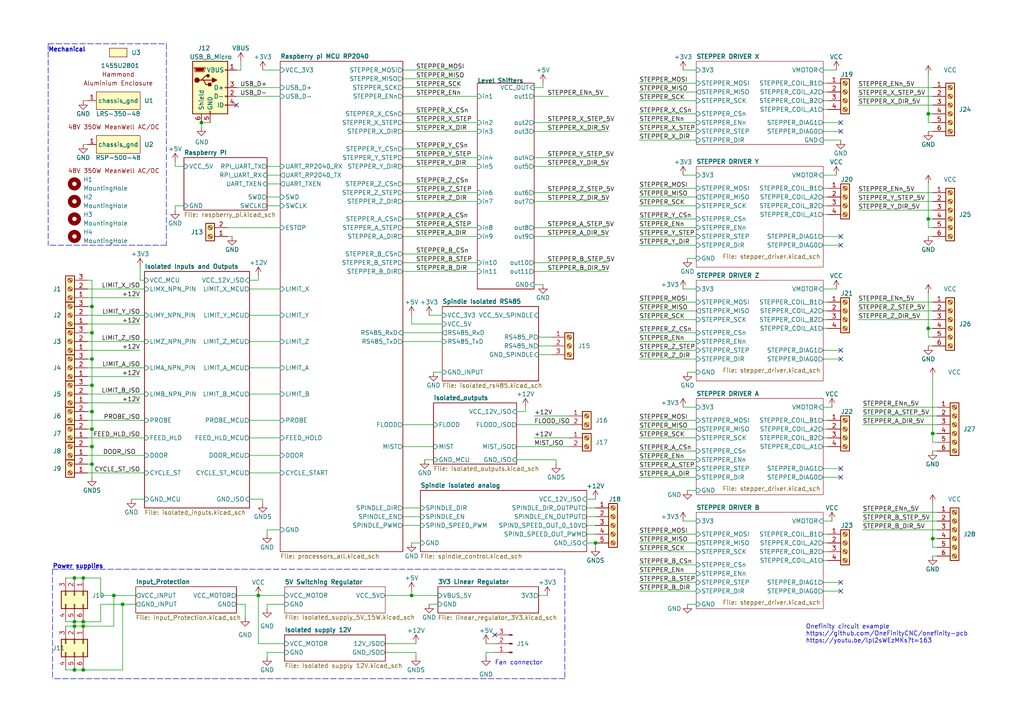
<source format=kicad_sch>
(kicad_sch (version 20211123) (generator eeschema)
  (paper "A4")
  (junction (at 24.13 167.64))
  (junction (at 35.56 175.26))
  (junction (at 172.72 157.48))
  (junction (at 24.13 194.31))
  (junction (at 24.13 181.61))
  (junction (at 26.67 119.38))
  (junction (at 26.67 129.54))
  (junction (at 26.67 88.9))
  (junction (at 74.93 172.72))
  (junction (at 33.02 172.72))
  (junction (at 26.67 134.62))
  (junction (at 269.24 95.25))
  (junction (at 26.67 111.76))
  (junction (at 21.59 181.61))
  (junction (at 269.24 33.02))
  (junction (at 21.59 194.31))
  (junction (at 26.67 104.14))
  (junction (at 24.13 180.34))
  (junction (at 26.67 124.46))
  (junction (at 21.59 180.34))
  (junction (at 270.51 156.21))
  (junction (at 58.42 35.56))
  (junction (at 269.24 63.5))
  (junction (at 270.51 125.73))
  (junction (at 26.67 96.52))
  (junction (at 21.59 167.64))
  (junction (at 119.38 172.72))
  (no_connect (at 243.84 101.6))
  (no_connect (at 243.84 168.91))
  (no_connect (at 243.84 135.89))
  (no_connect (at 243.84 35.56))
  (no_connect (at 243.84 38.1))
  (no_connect (at 243.84 138.43))
  (no_connect (at 68.58 30.48))
  (no_connect (at 143.51 184.15))
  (no_connect (at 243.84 71.12))
  (no_connect (at 243.84 171.45))
  (no_connect (at 243.84 104.14))
  (no_connect (at 243.84 68.58))
  (wire (pts (xy 19.05 194.31) (xy 21.59 194.31)))
  (wire (pts (xy 238.76 92.71) (xy 240.03 92.71)))
  (wire (pts (xy 77.47 57.15) (xy 81.28 57.15)))
  (wire (pts (xy 41.91 83.82) (xy 25.4 83.82)))
  (wire (pts (xy 238.76 29.21) (xy 240.03 29.21)))
  (wire (pts (xy 116.84 96.52) (xy 128.27 96.52)))
  (wire (pts (xy 111.76 186.69) (xy 120.65 186.69)))
  (wire (pts (xy 26.67 111.76) (xy 26.67 119.38)))
  (wire (pts (xy 185.42 66.04) (xy 201.93 66.04)))
  (wire (pts (xy 248.92 27.94) (xy 270.51 27.94)))
  (wire (pts (xy 157.48 25.4) (xy 157.48 24.13)))
  (wire (pts (xy 238.76 83.82) (xy 242.57 83.82)))
  (wire (pts (xy 238.76 90.17) (xy 240.03 90.17)))
  (polyline (pts (xy 48.26 71.12) (xy 13.97 71.12)))
  (wire (pts (xy 238.76 20.32) (xy 242.57 20.32)))
  (wire (pts (xy 185.42 138.43) (xy 201.93 138.43)))
  (wire (pts (xy 270.51 146.05) (xy 270.51 156.21)))
  (polyline (pts (xy 48.26 12.7) (xy 48.26 71.12)))
  (wire (pts (xy 72.39 137.16) (xy 81.28 137.16)))
  (wire (pts (xy 116.84 149.86) (xy 121.92 149.86)))
  (wire (pts (xy 119.38 171.45) (xy 119.38 172.72)))
  (wire (pts (xy 50.8 48.26) (xy 50.8 46.99)))
  (wire (pts (xy 53.34 48.26) (xy 50.8 48.26)))
  (wire (pts (xy 26.67 81.28) (xy 26.67 88.9)))
  (wire (pts (xy 66.04 68.58) (xy 67.31 68.58)))
  (wire (pts (xy 185.42 38.1) (xy 201.93 38.1)))
  (wire (pts (xy 201.93 118.11) (xy 198.12 118.11)))
  (wire (pts (xy 25.4 121.92) (xy 41.91 121.92)))
  (wire (pts (xy 26.67 119.38) (xy 25.4 119.38)))
  (wire (pts (xy 185.42 96.52) (xy 201.93 96.52)))
  (wire (pts (xy 41.91 91.44) (xy 25.4 91.44)))
  (wire (pts (xy 185.42 154.94) (xy 201.93 154.94)))
  (wire (pts (xy 238.76 68.58) (xy 243.84 68.58)))
  (wire (pts (xy 248.92 58.42) (xy 270.51 58.42)))
  (wire (pts (xy 270.51 68.58) (xy 269.24 68.58)))
  (wire (pts (xy 116.84 20.32) (xy 133.35 20.32)))
  (wire (pts (xy 270.51 125.73) (xy 271.78 125.73)))
  (wire (pts (xy 116.84 63.5) (xy 133.35 63.5)))
  (polyline (pts (xy 15.24 165.1) (xy 15.24 196.85)))
  (wire (pts (xy 77.47 153.67) (xy 77.47 154.94)))
  (wire (pts (xy 81.28 153.67) (xy 77.47 153.67)))
  (wire (pts (xy 72.39 91.44) (xy 81.28 91.44)))
  (wire (pts (xy 149.86 129.54) (xy 165.1 129.54)))
  (wire (pts (xy 170.18 147.32) (xy 172.72 147.32)))
  (wire (pts (xy 270.51 156.21) (xy 271.78 156.21)))
  (wire (pts (xy 140.97 186.69) (xy 143.51 186.69)))
  (wire (pts (xy 40.64 93.98) (xy 25.4 93.98)))
  (wire (pts (xy 250.19 120.65) (xy 271.78 120.65)))
  (wire (pts (xy 40.64 109.22) (xy 25.4 109.22)))
  (wire (pts (xy 185.42 33.02) (xy 201.93 33.02)))
  (wire (pts (xy 185.42 166.37) (xy 201.93 166.37)))
  (wire (pts (xy 172.72 157.48) (xy 172.72 158.75)))
  (wire (pts (xy 185.42 87.63) (xy 201.93 87.63)))
  (wire (pts (xy 154.94 45.72) (xy 176.53 45.72)))
  (wire (pts (xy 238.76 135.89) (xy 243.84 135.89)))
  (wire (pts (xy 238.76 101.6) (xy 243.84 101.6)))
  (wire (pts (xy 238.76 151.13) (xy 241.3 151.13)))
  (wire (pts (xy 124.46 91.44) (xy 128.27 91.44)))
  (wire (pts (xy 161.29 133.35) (xy 161.29 134.62)))
  (wire (pts (xy 74.93 186.69) (xy 74.93 172.72)))
  (wire (pts (xy 26.67 104.14) (xy 26.67 111.76)))
  (polyline (pts (xy 163.83 165.1) (xy 163.83 196.85)))
  (wire (pts (xy 116.84 22.86) (xy 133.35 22.86)))
  (polyline (pts (xy 163.83 196.85) (xy 15.24 196.85)))
  (wire (pts (xy 156.21 172.72) (xy 158.75 172.72)))
  (wire (pts (xy 19.05 180.34) (xy 21.59 180.34)))
  (wire (pts (xy 238.76 127) (xy 240.03 127)))
  (wire (pts (xy 270.51 158.75) (xy 271.78 158.75)))
  (wire (pts (xy 156.21 97.79) (xy 160.02 97.79)))
  (wire (pts (xy 238.76 38.1) (xy 243.84 38.1)))
  (wire (pts (xy 270.51 97.79) (xy 269.24 97.79)))
  (wire (pts (xy 68.58 20.32) (xy 69.85 20.32)))
  (wire (pts (xy 185.42 168.91) (xy 201.93 168.91)))
  (wire (pts (xy 238.76 62.23) (xy 240.03 62.23)))
  (wire (pts (xy 116.84 58.42) (xy 138.43 58.42)))
  (wire (pts (xy 270.51 128.27) (xy 271.78 128.27)))
  (wire (pts (xy 26.67 124.46) (xy 25.4 124.46)))
  (wire (pts (xy 185.42 71.12) (xy 201.93 71.12)))
  (wire (pts (xy 119.38 172.72) (xy 127 172.72)))
  (wire (pts (xy 152.4 118.11) (xy 152.4 119.38)))
  (wire (pts (xy 170.18 154.94) (xy 172.72 154.94)))
  (wire (pts (xy 26.67 134.62) (xy 25.4 134.62)))
  (wire (pts (xy 26.67 129.54) (xy 25.4 129.54)))
  (wire (pts (xy 60.96 35.56) (xy 58.42 35.56)))
  (wire (pts (xy 24.13 181.61) (xy 33.02 181.61)))
  (wire (pts (xy 185.42 104.14) (xy 201.93 104.14)))
  (wire (pts (xy 111.76 172.72) (xy 119.38 172.72)))
  (wire (pts (xy 66.04 66.04) (xy 81.28 66.04)))
  (wire (pts (xy 248.92 92.71) (xy 270.51 92.71)))
  (wire (pts (xy 248.92 90.17) (xy 270.51 90.17)))
  (wire (pts (xy 238.76 104.14) (xy 243.84 104.14)))
  (wire (pts (xy 29.21 180.34) (xy 29.21 175.26)))
  (wire (pts (xy 41.91 137.16) (xy 25.4 137.16)))
  (wire (pts (xy 238.76 87.63) (xy 240.03 87.63)))
  (wire (pts (xy 248.92 25.4) (xy 270.51 25.4)))
  (wire (pts (xy 116.84 152.4) (xy 121.92 152.4)))
  (wire (pts (xy 116.84 27.94) (xy 138.43 27.94)))
  (wire (pts (xy 72.39 99.06) (xy 81.28 99.06)))
  (wire (pts (xy 238.76 95.25) (xy 240.03 95.25)))
  (wire (pts (xy 199.39 175.26) (xy 201.93 175.26)))
  (wire (pts (xy 41.91 132.08) (xy 25.4 132.08)))
  (wire (pts (xy 40.64 101.6) (xy 25.4 101.6)))
  (wire (pts (xy 26.67 129.54) (xy 26.67 134.62)))
  (wire (pts (xy 72.39 132.08) (xy 81.28 132.08)))
  (wire (pts (xy 238.76 26.67) (xy 240.03 26.67)))
  (wire (pts (xy 250.19 123.19) (xy 271.78 123.19)))
  (wire (pts (xy 68.58 27.94) (xy 81.28 27.94)))
  (wire (pts (xy 185.42 57.15) (xy 201.93 57.15)))
  (wire (pts (xy 24.13 41.91) (xy 25.4 41.91)))
  (wire (pts (xy 29.21 172.72) (xy 33.02 172.72)))
  (wire (pts (xy 72.39 127) (xy 81.28 127)))
  (wire (pts (xy 26.67 124.46) (xy 26.67 129.54)))
  (wire (pts (xy 124.46 175.26) (xy 127 175.26)))
  (wire (pts (xy 76.2 20.32) (xy 81.28 20.32)))
  (wire (pts (xy 154.94 55.88) (xy 176.53 55.88)))
  (wire (pts (xy 270.51 156.21) (xy 270.51 158.75)))
  (wire (pts (xy 270.51 109.22) (xy 270.51 125.73)))
  (wire (pts (xy 185.42 135.89) (xy 201.93 135.89)))
  (wire (pts (xy 269.24 95.25) (xy 270.51 95.25)))
  (wire (pts (xy 185.42 133.35) (xy 201.93 133.35)))
  (wire (pts (xy 154.94 120.65) (xy 165.1 120.65)))
  (wire (pts (xy 250.19 151.13) (xy 271.78 151.13)))
  (wire (pts (xy 72.39 106.68) (xy 81.28 106.68)))
  (wire (pts (xy 50.8 59.69) (xy 50.8 60.96)))
  (wire (pts (xy 185.42 35.56) (xy 201.93 35.56)))
  (wire (pts (xy 270.51 38.1) (xy 269.24 38.1)))
  (wire (pts (xy 116.84 73.66) (xy 133.35 73.66)))
  (wire (pts (xy 248.92 87.63) (xy 270.51 87.63)))
  (wire (pts (xy 77.47 53.34) (xy 81.28 53.34)))
  (wire (pts (xy 111.76 189.23) (xy 120.65 189.23)))
  (wire (pts (xy 128.27 93.98) (xy 119.38 93.98)))
  (wire (pts (xy 156.21 102.87) (xy 160.02 102.87)))
  (wire (pts (xy 185.42 68.58) (xy 201.93 68.58)))
  (wire (pts (xy 116.84 147.32) (xy 121.92 147.32)))
  (wire (pts (xy 26.67 124.46) (xy 26.67 119.38)))
  (wire (pts (xy 116.84 99.06) (xy 128.27 99.06)))
  (wire (pts (xy 238.76 59.69) (xy 240.03 59.69)))
  (wire (pts (xy 238.76 138.43) (xy 243.84 138.43)))
  (wire (pts (xy 238.76 129.54) (xy 240.03 129.54)))
  (wire (pts (xy 120.65 189.23) (xy 120.65 190.5)))
  (wire (pts (xy 271.78 161.29) (xy 270.51 161.29)))
  (wire (pts (xy 199.39 142.24) (xy 201.93 142.24)))
  (wire (pts (xy 116.84 25.4) (xy 133.35 25.4)))
  (wire (pts (xy 26.67 96.52) (xy 25.4 96.52)))
  (wire (pts (xy 170.18 144.78) (xy 172.72 144.78)))
  (wire (pts (xy 238.76 124.46) (xy 240.03 124.46)))
  (wire (pts (xy 26.67 88.9) (xy 26.67 96.52)))
  (wire (pts (xy 154.94 58.42) (xy 176.53 58.42)))
  (wire (pts (xy 19.05 167.64) (xy 21.59 167.64)))
  (wire (pts (xy 185.42 40.64) (xy 201.93 40.64)))
  (wire (pts (xy 33.02 172.72) (xy 39.37 172.72)))
  (wire (pts (xy 77.47 48.26) (xy 81.28 48.26)))
  (wire (pts (xy 41.91 106.68) (xy 25.4 106.68)))
  (wire (pts (xy 116.84 76.2) (xy 138.43 76.2)))
  (wire (pts (xy 41.91 127) (xy 25.4 127)))
  (wire (pts (xy 24.13 194.31) (xy 35.56 194.31)))
  (wire (pts (xy 185.42 90.17) (xy 201.93 90.17)))
  (wire (pts (xy 185.42 26.67) (xy 201.93 26.67)))
  (wire (pts (xy 185.42 171.45) (xy 201.93 171.45)))
  (wire (pts (xy 154.94 27.94) (xy 176.53 27.94)))
  (wire (pts (xy 33.02 181.61) (xy 33.02 172.72)))
  (wire (pts (xy 154.94 35.56) (xy 176.53 35.56)))
  (wire (pts (xy 185.42 92.71) (xy 201.93 92.71)))
  (polyline (pts (xy 13.97 12.7) (xy 48.26 12.7)))
  (wire (pts (xy 238.76 154.94) (xy 240.03 154.94)))
  (wire (pts (xy 238.76 24.13) (xy 240.03 24.13)))
  (wire (pts (xy 269.24 66.04) (xy 269.24 63.5)))
  (wire (pts (xy 269.24 53.34) (xy 269.24 63.5)))
  (wire (pts (xy 238.76 31.75) (xy 240.03 31.75)))
  (wire (pts (xy 116.84 68.58) (xy 138.43 68.58)))
  (wire (pts (xy 77.47 175.26) (xy 77.47 176.53)))
  (wire (pts (xy 82.55 175.26) (xy 77.47 175.26)))
  (wire (pts (xy 238.76 40.64) (xy 243.84 40.64)))
  (wire (pts (xy 238.76 160.02) (xy 240.03 160.02)))
  (wire (pts (xy 35.56 194.31) (xy 35.56 175.26)))
  (wire (pts (xy 185.42 160.02) (xy 201.93 160.02)))
  (wire (pts (xy 185.42 101.6) (xy 201.93 101.6)))
  (wire (pts (xy 72.39 81.28) (xy 74.93 81.28)))
  (wire (pts (xy 41.91 99.06) (xy 25.4 99.06)))
  (wire (pts (xy 269.24 21.59) (xy 269.24 33.02)))
  (wire (pts (xy 26.67 134.62) (xy 26.67 138.43)))
  (wire (pts (xy 185.42 24.13) (xy 201.93 24.13)))
  (wire (pts (xy 116.84 78.74) (xy 138.43 78.74)))
  (wire (pts (xy 72.39 144.78) (xy 76.2 144.78)))
  (wire (pts (xy 248.92 55.88) (xy 270.51 55.88)))
  (wire (pts (xy 40.64 116.84) (xy 25.4 116.84)))
  (wire (pts (xy 238.76 57.15) (xy 240.03 57.15)))
  (wire (pts (xy 154.94 82.55) (xy 157.48 82.55)))
  (wire (pts (xy 38.1 144.78) (xy 41.91 144.78)))
  (wire (pts (xy 116.84 43.18) (xy 133.35 43.18)))
  (wire (pts (xy 238.76 168.91) (xy 243.84 168.91)))
  (wire (pts (xy 40.64 81.28) (xy 40.64 77.47)))
  (wire (pts (xy 41.91 81.28) (xy 40.64 81.28)))
  (wire (pts (xy 238.76 50.8) (xy 242.57 50.8)))
  (wire (pts (xy 270.51 125.73) (xy 270.51 128.27)))
  (wire (pts (xy 185.42 29.21) (xy 201.93 29.21)))
  (wire (pts (xy 271.78 130.81) (xy 270.51 130.81)))
  (wire (pts (xy 185.42 121.92) (xy 201.93 121.92)))
  (wire (pts (xy 68.58 172.72) (xy 74.93 172.72)))
  (wire (pts (xy 77.47 189.23) (xy 77.47 190.5)))
  (wire (pts (xy 82.55 189.23) (xy 77.47 189.23)))
  (wire (pts (xy 74.93 172.72) (xy 82.55 172.72)))
  (wire (pts (xy 270.51 100.33) (xy 269.24 100.33)))
  (wire (pts (xy 238.76 157.48) (xy 240.03 157.48)))
  (wire (pts (xy 116.84 55.88) (xy 138.43 55.88)))
  (wire (pts (xy 154.94 127) (xy 165.1 127)))
  (wire (pts (xy 156.21 100.33) (xy 160.02 100.33)))
  (polyline (pts (xy 13.97 12.7) (xy 13.97 71.12)))
  (wire (pts (xy 201.93 151.13) (xy 198.12 151.13)))
  (wire (pts (xy 269.24 85.09) (xy 269.24 95.25)))
  (wire (pts (xy 248.92 30.48) (xy 270.51 30.48)))
  (wire (pts (xy 116.84 45.72) (xy 138.43 45.72)))
  (wire (pts (xy 24.13 181.61) (xy 21.59 181.61)))
  (wire (pts (xy 269.24 35.56) (xy 270.51 35.56)))
  (wire (pts (xy 238.76 118.11) (xy 241.3 118.11)))
  (wire (pts (xy 25.4 86.36) (xy 40.64 86.36)))
  (wire (pts (xy 24.13 180.34) (xy 29.21 180.34)))
  (wire (pts (xy 68.58 25.4) (xy 81.28 25.4)))
  (wire (pts (xy 185.42 54.61) (xy 201.93 54.61)))
  (wire (pts (xy 116.84 35.56) (xy 138.43 35.56)))
  (wire (pts (xy 29.21 172.72) (xy 29.21 167.64)))
  (wire (pts (xy 248.92 60.96) (xy 270.51 60.96)))
  (wire (pts (xy 25.4 29.21) (xy 24.13 29.21)))
  (wire (pts (xy 72.39 121.92) (xy 81.28 121.92)))
  (wire (pts (xy 238.76 162.56) (xy 240.03 162.56)))
  (wire (pts (xy 116.84 66.04) (xy 138.43 66.04)))
  (wire (pts (xy 74.93 80.01) (xy 74.93 81.28)))
  (wire (pts (xy 154.94 48.26) (xy 176.53 48.26)))
  (wire (pts (xy 154.94 76.2) (xy 176.53 76.2)))
  (wire (pts (xy 41.91 114.3) (xy 25.4 114.3)))
  (wire (pts (xy 21.59 181.61) (xy 19.05 181.61)))
  (wire (pts (xy 154.94 78.74) (xy 176.53 78.74)))
  (wire (pts (xy 238.76 71.12) (xy 243.84 71.12)))
  (wire (pts (xy 269.24 63.5) (xy 270.51 63.5)))
  (wire (pts (xy 116.84 38.1) (xy 138.43 38.1)))
  (wire (pts (xy 29.21 167.64) (xy 24.13 167.64)))
  (wire (pts (xy 154.94 68.58) (xy 176.53 68.58)))
  (wire (pts (xy 77.47 50.8) (xy 81.28 50.8)))
  (wire (pts (xy 26.67 104.14) (xy 25.4 104.14)))
  (wire (pts (xy 26.67 111.76) (xy 25.4 111.76)))
  (wire (pts (xy 116.84 129.54) (xy 125.73 129.54)))
  (wire (pts (xy 238.76 121.92) (xy 240.03 121.92)))
  (wire (pts (xy 185.42 59.69) (xy 201.93 59.69)))
  (wire (pts (xy 116.84 33.02) (xy 133.35 33.02)))
  (wire (pts (xy 26.67 81.28) (xy 25.4 81.28)))
  (wire (pts (xy 270.51 66.04) (xy 269.24 66.04)))
  (wire (pts (xy 238.76 35.56) (xy 243.84 35.56)))
  (wire (pts (xy 21.59 167.64) (xy 24.13 167.64)))
  (wire (pts (xy 185.42 127) (xy 201.93 127)))
  (wire (pts (xy 154.94 38.1) (xy 176.53 38.1)))
  (wire (pts (xy 250.19 148.59) (xy 271.78 148.59)))
  (wire (pts (xy 69.85 20.32) (xy 69.85 17.78)))
  (wire (pts (xy 201.93 20.32) (xy 198.12 20.32)))
  (wire (pts (xy 35.56 175.26) (xy 39.37 175.26)))
  (wire (pts (xy 170.18 152.4) (xy 172.72 152.4)))
  (wire (pts (xy 185.42 157.48) (xy 201.93 157.48)))
  (wire (pts (xy 68.58 175.26) (xy 71.12 175.26)))
  (wire (pts (xy 250.19 153.67) (xy 271.78 153.67)))
  (wire (pts (xy 116.84 123.19) (xy 125.73 123.19)))
  (wire (pts (xy 26.67 96.52) (xy 26.67 104.14)))
  (wire (pts (xy 170.18 149.86) (xy 172.72 149.86)))
  (wire (pts (xy 53.34 59.69) (xy 50.8 59.69)))
  (wire (pts (xy 119.38 157.48) (xy 121.92 157.48)))
  (wire (pts (xy 185.42 130.81) (xy 201.93 130.81)))
  (polyline (pts (xy 15.24 165.1) (xy 163.83 165.1)))
  (wire (pts (xy 26.67 88.9) (xy 25.4 88.9)))
  (wire (pts (xy 198.12 83.82) (xy 201.93 83.82)))
  (wire (pts (xy 71.12 175.26) (xy 71.12 179.07)))
  (wire (pts (xy 58.42 35.56) (xy 58.42 36.83)))
  (wire (pts (xy 269.24 33.02) (xy 270.51 33.02)))
  (wire (pts (xy 82.55 186.69) (xy 74.93 186.69)))
  (wire (pts (xy 76.2 144.78) (xy 76.2 146.05)))
  (wire (pts (xy 119.38 93.98) (xy 119.38 91.44)))
  (wire (pts (xy 170.18 157.48) (xy 172.72 157.48)))
  (wire (pts (xy 238.76 171.45) (xy 243.84 171.45)))
  (wire (pts (xy 154.94 66.04) (xy 176.53 66.04)))
  (wire (pts (xy 199.39 74.93) (xy 201.93 74.93)))
  (wire (pts (xy 152.4 119.38) (xy 149.86 119.38)))
  (wire (pts (xy 125.73 107.95) (xy 128.27 107.95)))
  (wire (pts (xy 185.42 124.46) (xy 201.93 124.46)))
  (wire (pts (xy 29.21 175.26) (xy 35.56 175.26)))
  (wire (pts (xy 250.19 118.11) (xy 271.78 118.11)))
  (wire (pts (xy 201.93 50.8) (xy 198.12 50.8)))
  (wire (pts (xy 185.42 163.83) (xy 201.93 163.83)))
  (wire (pts (xy 238.76 54.61) (xy 240.03 54.61)))
  (wire (pts (xy 140.97 189.23) (xy 143.51 189.23)))
  (wire (pts (xy 77.47 59.69) (xy 81.28 59.69)))
  (wire (pts (xy 21.59 180.34) (xy 24.13 180.34)))
  (wire (pts (xy 123.19 133.35) (xy 125.73 133.35)))
  (wire (pts (xy 116.84 53.34) (xy 133.35 53.34)))
  (wire (pts (xy 185.42 63.5) (xy 201.93 63.5)))
  (wire (pts (xy 149.86 133.35) (xy 161.29 133.35)))
  (wire (pts (xy 140.97 189.23) (xy 140.97 190.5)))
  (wire (pts (xy 72.39 114.3) (xy 81.28 114.3)))
  (wire (pts (xy 269.24 97.79) (xy 269.24 95.25)))
  (wire (pts (xy 154.94 25.4) (xy 157.48 25.4)))
  (wire (pts (xy 72.39 83.82) (xy 81.28 83.82)))
  (wire (pts (xy 116.84 48.26) (xy 138.43 48.26)))
  (wire (pts (xy 269.24 33.02) (xy 269.24 35.56)))
  (wire (pts (xy 21.59 194.31) (xy 24.13 194.31)))
  (wire (pts (xy 185.42 99.06) (xy 201.93 99.06)))
  (wire (pts (xy 149.86 123.19) (xy 165.1 123.19)))
  (wire (pts (xy 199.39 107.95) (xy 201.93 107.95)))
  (text "Mechanical" (at 13.97 15.24 0) (effects (font (size 1.27 1.27) (thickness 0.254) bold) (justify left bottom)))
  (text "Fan connector\n" (at 143.51 193.04 0) (effects (font (size 1.27 1.27)) (justify left bottom)))
  (text "Onefinity circuit example\nhttps://github.com/OneFinityCNC/onefinity-pcb\nhttps://youtu.be/lpl2sWEzMKs?t=163" (at 233.68 186.69 0) (effects (font (size 1.27 1.27)) (justify left bottom)))
  (text "Power supplies" (at 15.24 165.1 0) (effects (font (size 1.27 1.27) (thickness 0.254) bold) (justify left bottom)))
  (label "STEPPER_A_STEP" (at 120.65 66.04 0))
  (label "STEPPER_A_STEP" (at 185.42 135.89 0))
  (label "STEPPER_SCK" (at 185.42 160.02 0))
  (label "STEPPER_X_DIR" (at 185.42 40.64 0))
  (label "STEPPER_MOSI" (at 185.42 87.63 0))
  (label "STEPPER_X_STEP_5V" (at 248.92 27.94 0))
  (label "STEPPER_B_DIR" (at 185.42 171.45 0))
  (label "STEPPER_A_DIR" (at 185.42 138.43 0))
  (label "STEPPER_MISO" (at 185.42 157.48 0))
  (label "LIMIT_X_ISO" (at 40.64 83.82 180))
  (label "STEPPER_X_DIR_5V" (at 248.92 30.48 0))
  (label "STEPPER_MOSI" (at 185.42 54.61 0))
  (label "+12V" (at 154.94 120.65 0))
  (label "STEPPER_Y_STEP" (at 120.65 45.72 0))
  (label "STEPPER_ENn_5V" (at 250.19 148.59 0))
  (label "STEPPER_MISO" (at 185.42 90.17 0))
  (label "STEPPER_B_DIR" (at 120.65 78.74 0))
  (label "STEPPER_B_DIR_5V" (at 158.75 78.74 0))
  (label "STEPPER_Z_STEP_5V" (at 158.75 55.88 0))
  (label "STEPPER_Z_STEP" (at 185.42 101.6 0))
  (label "STEPPER_SCK" (at 185.42 59.69 0))
  (label "STEPPER_X_STEP" (at 185.42 38.1 0))
  (label "STEPPER_A_DIR_5V" (at 250.19 123.19 0))
  (label "STEPPER_X_STEP_5V" (at 158.75 35.56 0))
  (label "+12V" (at 40.64 101.6 180))
  (label "STEPPER_SCK" (at 185.42 29.21 0))
  (label "STEPPER_SCK" (at 120.65 25.4 0))
  (label "STEPPER_X_DIR_5V" (at 158.75 38.1 0))
  (label "STEPPER_MOSI" (at 185.42 154.94 0))
  (label "STEPPER_SCK" (at 185.42 127 0))
  (label "STEPPER_MOSI" (at 185.42 121.92 0))
  (label "+12V" (at 154.94 127 0))
  (label "STEPPER_ENn_5V" (at 248.92 25.4 0))
  (label "STEPPER_Z_STEP" (at 120.65 55.88 0))
  (label "STEPPER_ENn" (at 185.42 133.35 0))
  (label "STEPPER_Y_STEP_5V" (at 248.92 58.42 0))
  (label "STEPPER_ENn" (at 185.42 35.56 0))
  (label "STEPPER_X_DIR" (at 120.65 38.1 0))
  (label "MIST_ISO" (at 154.94 129.54 0))
  (label "USB_D-" (at 77.47 27.94 180))
  (label "STEPPER_MISO" (at 185.42 57.15 0))
  (label "STEPPER_Y_STEP_5V" (at 158.75 45.72 0))
  (label "STEPPER_A_CSn" (at 185.42 130.81 0))
  (label "CYCLE_ST_ISO" (at 40.64 137.16 180))
  (label "STEPPER_B_STEP" (at 120.65 76.2 0))
  (label "STEPPER_Y_DIR" (at 120.65 48.26 0))
  (label "STEPPER_Z_DIR" (at 185.42 104.14 0))
  (label "STEPPER_Z_DIR" (at 120.65 58.42 0))
  (label "STEPPER_ENn" (at 185.42 66.04 0))
  (label "STEPPER_A_DIR_5V" (at 158.75 68.58 0))
  (label "STEPPER_MISO" (at 120.65 22.86 0))
  (label "LIMIT_Z_ISO" (at 40.64 99.06 180))
  (label "STEPPER_ENn_5V" (at 248.92 87.63 0))
  (label "STEPPER_Y_DIR_5V" (at 248.92 60.96 0))
  (label "STEPPER_Z_DIR_5V" (at 248.92 92.71 0))
  (label "STEPPER_Y_STEP" (at 185.42 68.58 0))
  (label "STEPPER_B_STEP_5V" (at 250.19 151.13 0))
  (label "STEPPER_B_CSn" (at 120.65 73.66 0))
  (label "FEED_HLD_ISO" (at 40.64 127 180))
  (label "LIMIT_A_ISO" (at 40.64 106.68 180))
  (label "+12V" (at 40.64 86.36 180))
  (label "STEPPER_ENn_5V" (at 158.75 27.94 0))
  (label "STEPPER_B_STEP_5V" (at 158.75 76.2 0))
  (label "STEPPER_MOSI" (at 120.65 20.32 0))
  (label "STEPPER_Z_DIR_5V" (at 158.75 58.42 0))
  (label "STEPPER_MOSI" (at 185.42 24.13 0))
  (label "STEPPER_Y_DIR" (at 185.42 71.12 0))
  (label "STEPPER_A_STEP_5V" (at 158.75 66.04 0))
  (label "STEPPER_B_DIR_5V" (at 250.19 153.67 0))
  (label "STEPPER_Y_CSn" (at 185.42 63.5 0))
  (label "STEPPER_Z_STEP_5V" (at 248.92 90.17 0))
  (label "PROBE_ISO" (at 40.64 121.92 180))
  (label "FLOOD_ISO" (at 154.94 123.19 0))
  (label "STEPPER_ENn_5V" (at 248.92 55.88 0))
  (label "+12V" (at 40.64 116.84 180))
  (label "STEPPER_A_CSn" (at 120.65 63.5 0))
  (label "STEPPER_Y_DIR_5V" (at 158.75 48.26 0))
  (label "STEPPER_SCK" (at 185.42 92.71 0))
  (label "STEPPER_Y_CSn" (at 120.65 43.18 0))
  (label "STEPPER_MISO" (at 185.42 26.67 0))
  (label "DOOR_ISO" (at 39.37 132.08 180))
  (label "STEPPER_X_STEP" (at 120.65 35.56 0))
  (label "STEPPER_A_DIR" (at 120.65 68.58 0))
  (label "STEPPER_ENn" (at 120.65 27.94 0))
  (label "STEPPER_B_STEP" (at 185.42 168.91 0))
  (label "+12V" (at 40.64 93.98 180))
  (label "LIMIT_Y_ISO" (at 40.64 91.44 180))
  (label "STEPPER_B_CSn" (at 185.42 163.83 0))
  (label "STEPPER_ENn" (at 185.42 166.37 0))
  (label "STEPPER_X_CSn" (at 120.65 33.02 0))
  (label "STEPPER_ENn" (at 185.42 99.06 0))
  (label "STEPPER_MISO" (at 185.42 124.46 0))
  (label "STEPPER_Z_CSn" (at 185.42 96.52 0))
  (label "STEPPER_ENn_5V" (at 250.19 118.11 0))
  (label "STEPPER_A_STEP_5V" (at 250.19 120.65 0))
  (label "STEPPER_Z_CSn" (at 120.65 53.34 0))
  (label "+12V" (at 40.64 109.22 180))
  (label "USB_D+" (at 77.47 25.4 180))
  (label "STEPPER_X_CSn" (at 185.42 33.02 0))
  (label "LIMIT_B_ISO" (at 40.64 114.3 180))
  (symbol (lib_id "power:GND") (at 77.47 190.5 0) (unit 1)
    (property "Reference" "#PWR018" (effects hide))
    (property "Value" "GND" (at 77.47 194.31 0))
  )
  (symbol (lib_id "power:GND") (at 123.19 133.35 0) (unit 1)
    (property "Reference" "#PWR024" (effects hide))
    (property "Value" "GND" (at 123.19 137.16 0))
  )
  (symbol (lib_id "power:GND") (at 67.31 68.58 0) (unit 1)
    (property "Reference" "#PWR09" (effects hide))
    (property "Value" "GND" (at 67.31 72.39 0))
  )
  (symbol (lib_id "power:GND") (at 269.24 68.58 0) (unit 1)
    (property "Reference" "#PWR054" (effects hide))
    (property "Value" "GND" (at 269.24 72.39 0))
  )
  (symbol (lib_id "PersonnalSymbolLibrary:GND_ISO") (at 26.67 138.43 0) (unit 1)
    (property "Reference" "#PWR03" (effects hide))
    (property "Value" "GND_ISO" (at 26.67 142.24 0))
  )
  (symbol (lib_id "Connector:Screw_Terminal_01x02") (at 20.32 137.16 180) (unit 1)
    (property "Reference" "J9" (at 17.78 135.8901 0) (effects (justify left)))
    (property "Value" "Screw_Terminal_01x02" (effects hide))
    (property "Footprint" "TerminalBlock_Phoenix:TerminalBlock_Phoenix_PTSM-0,5-2-2.5-H-THR_1x02_P2.50mm_Horizontal" (effects hide))
  )
  (symbol (lib_id "power:GND") (at 24.13 29.21 0) (unit 1)
    (property "Reference" "#PWR01" (effects hide))
    (property "Value" "GND" (at 24.13 33.02 0))
  )
  (symbol (lib_id "Mechanical:MountingHole") (at 21.59 58.42 0) (unit 1)
    (property "Reference" "H2" (at 24.13 57.1499 0) (effects (justify left)))
    (property "Value" "MountingHole" (at 24.13 59.6899 0) (effects (justify left)))
    (property "Footprint" "MountingHole:MountingHole_4.3mm_M4_ISO7380" (effects hide))
  )
  (symbol (lib_id "PersonnalSymbolLibrary:VCC_MOTOR") (at 241.3 118.11 0) (unit 1)
    (property "Reference" "#PWR045" (effects hide))
    (property "Value" "VCC_MOTOR" (at 241.3 114.3 0))
  )
  (symbol (lib_id "Connector:Screw_Terminal_01x04") (at 245.11 124.46 0) (unit 1)
    (property "Reference" "J22" (at 243.84 119.38 0) (effects (justify left)))
    (property "Value" "Screw_Terminal_01x04" (effects hide))
    (property "Footprint" "Connector_Molex:Molex_Micro-Fit_3.0_43045-0400_2x02_P3.00mm_Horizontal" (effects hide))
    (property "LCSC" "C122413" (effects hide))
  )
  (symbol (lib_id "power:VBUS") (at 69.85 17.78 0) (unit 1)
    (property "Reference" "#PWR010" (effects hide))
    (property "Value" "VBUS" (at 69.85 13.97 0))
  )
  (symbol (lib_id "Connector:Screw_Terminal_01x06") (at 275.59 30.48 0) (unit 1)
    (property "Reference" "J24" (at 278.13 31.7499 0) (effects (justify left)))
    (property "Value" "Screw_Terminal_01x06" (effects hide))
    (property "Footprint" "Connector_Molex:Molex_Micro-Fit_3.0_43045-0600_2x03_P3.00mm_Horizontal" (effects hide))
  )
  (symbol (lib_id "power:GND") (at 199.39 107.95 0) (unit 1)
    (property "Reference" "#PWR042" (effects hide))
    (property "Value" "GND" (at 199.39 111.76 0))
  )
  (symbol (lib_id "Mechanical:MountingHole") (at 21.59 53.34 0) (unit 1)
    (property "Reference" "H1" (at 24.13 52.0699 0) (effects (justify left)))
    (property "Value" "MountingHole" (at 24.13 54.6099 0) (effects (justify left)))
    (property "Footprint" "MountingHole:MountingHole_4.3mm_M4_ISO7380" (effects hide))
  )
  (symbol (lib_id "Connector:Screw_Terminal_01x02") (at 170.18 120.65 0) (unit 1)
    (property "Reference" "J16" (at 172.72 121.9199 0) (effects (justify left)))
    (property "Value" "Screw_Terminal_01x02" (effects hide))
    (property "Footprint" "TerminalBlock_Phoenix:TerminalBlock_Phoenix_PTSM-0,5-2-2.5-H-THR_1x02_P2.50mm_Horizontal" (effects hide))
  )
  (symbol (lib_id "power:GND") (at 270.51 161.29 0) (unit 1)
    (property "Reference" "#PWR060" (effects hide))
    (property "Value" "GND" (at 270.51 165.1 0))
  )
  (symbol (lib_id "power:GND") (at 199.39 142.24 0) (unit 1)
    (property "Reference" "#PWR043" (effects hide))
    (property "Value" "GND" (at 195.58 143.51 0))
  )
  (symbol (lib_id "power:GND") (at 24.13 41.91 0) (unit 1)
    (property "Reference" "#PWR02" (effects hide))
    (property "Value" "GND" (at 24.13 45.72 0))
  )
  (symbol (lib_id "Connector:Screw_Terminal_01x02") (at 20.32 121.92 180) (unit 1)
    (property "Reference" "J6" (at 17.78 120.6501 0) (effects (justify left)))
    (property "Value" "Screw_Terminal_01x02" (effects hide))
    (property "Footprint" "TerminalBlock_Phoenix:TerminalBlock_Phoenix_PTSM-0,5-2-2.5-H-THR_1x02_P2.50mm_Horizontal" (effects hide))
  )
  (symbol (lib_id "power:+5V") (at 50.8 46.99 0) (unit 1)
    (property "Reference" "#PWR06" (effects hide))
    (property "Value" "+5V" (at 50.8 43.18 0))
  )
  (symbol (lib_id "power:+3V3") (at 198.12 83.82 0) (mirror y) (unit 1)
    (property "Reference" "#PWR038" (effects hide))
    (property "Value" "+3V3" (at 194.31 82.55 0))
  )
  (symbol (lib_id "PersonnalSymbolLibrary:VCC_MOTOR") (at 74.93 172.72 0) (unit 1)
    (property "Reference" "#PWR013" (effects hide))
    (property "Value" "VCC_MOTOR" (at 74.93 168.91 0))
  )
  (symbol (lib_id "power:+3V3") (at 158.75 172.72 0) (unit 1)
    (property "Reference" "#PWR032" (effects hide))
    (property "Value" "+3V3" (at 158.75 168.91 0))
  )
  (symbol (lib_id "power:GND") (at 50.8 60.96 0) (unit 1)
    (property "Reference" "#PWR07" (effects hide))
    (property "Value" "GND" (at 50.8 64.77 0))
  )
  (symbol (lib_id "power:+3V3") (at 124.46 91.44 0) (unit 1)
    (property "Reference" "#PWR025" (effects hide))
    (property "Value" "+3V3" (at 124.46 87.63 0))
  )
  (symbol (lib_id "Connector:Screw_Terminal_01x04") (at 245.11 157.48 0) (unit 1)
    (property "Reference" "J23" (at 243.84 152.4 0) (effects (justify left)))
    (property "Value" "Screw_Terminal_01x04" (effects hide))
    (property "Footprint" "Connector_Molex:Molex_Micro-Fit_3.0_43045-0400_2x02_P3.00mm_Horizontal" (effects hide))
    (property "LCSC" "C122413" (effects hide))
  )
  (symbol (lib_id "power:+3V3") (at 40.64 77.47 0) (unit 1)
    (property "Reference" "#PWR05" (effects hide))
    (property "Value" "+3V3" (at 40.64 73.66 0))
  )
  (symbol (lib_id "PersonnalSymbolLibrary:VCC_MOTOR") (at 241.3 151.13 0) (unit 1)
    (property "Reference" "#PWR046" (effects hide))
    (property "Value" "VCC_MOTOR" (at 241.3 147.32 0))
  )
  (symbol (lib_id "power:+12V") (at 74.93 80.01 0) (unit 1)
    (property "Reference" "#PWR012" (effects hide))
    (property "Value" "+12V" (at 74.93 76.2 0))
  )
  (symbol (lib_id "power:GND") (at 71.12 179.07 0) (unit 1)
    (property "Reference" "#PWR011" (effects hide))
    (property "Value" "GND" (at 71.12 184.15 0))
  )
  (symbol (lib_id "PersonnalSymbolLibrary:VCC_MOTOR") (at 242.57 20.32 0) (unit 1)
    (property "Reference" "#PWR047" (effects hide))
    (property "Value" "VCC_MOTOR" (at 242.57 16.51 0))
  )
  (symbol (lib_id "power:+12V") (at 120.65 186.69 0) (unit 1)
    (property "Reference" "#PWR022" (effects hide))
    (property "Value" "+12V" (at 120.65 182.88 0))
  )
  (symbol (lib_id "Connector:Screw_Terminal_01x06") (at 275.59 60.96 0) (unit 1)
    (property "Reference" "J25" (at 278.13 62.2299 0) (effects (justify left)))
    (property "Value" "Screw_Terminal_01x06" (effects hide))
    (property "Footprint" "Connector_Molex:Molex_Micro-Fit_3.0_43045-0600_2x03_P3.00mm_Horizontal" (effects hide))
  )
  (symbol (lib_id "Connector:Screw_Terminal_01x02") (at 20.32 127 180) (unit 1)
    (property "Reference" "J7" (at 17.78 125.7301 0) (effects (justify left)))
    (property "Value" "Screw_Terminal_01x02" (effects hide))
    (property "Footprint" "TerminalBlock_Phoenix:TerminalBlock_Phoenix_PTSM-0,5-2-2.5-H-THR_1x02_P2.50mm_Horizontal" (effects hide))
  )
  (symbol (lib_id "power:+12V") (at 172.72 144.78 0) (unit 1)
    (property "Reference" "#PWR034" (effects hide))
    (property "Value" "+12V" (at 172.72 140.97 0))
  )
  (symbol (lib_id "Connector:Screw_Terminal_01x02") (at 20.32 132.08 180) (unit 1)
    (property "Reference" "J8" (at 17.78 130.8101 0) (effects (justify left)))
    (property "Value" "Screw_Terminal_01x02" (effects hide))
    (property "Footprint" "TerminalBlock_Phoenix:TerminalBlock_Phoenix_PTSM-0,5-2-2.5-H-THR_1x02_P2.50mm_Horizontal" (effects hide))
  )
  (symbol (lib_id "power:GND") (at 38.1 144.78 0) (unit 1)
    (property "Reference" "#PWR04" (effects hide))
    (property "Value" "GND" (at 38.1 148.59 0))
  )
  (symbol (lib_id "PersonnalSymbolLibrary:VCC_MOTOR") (at 269.24 53.34 0) (unit 1)
    (property "Reference" "#PWR053" (effects hide))
    (property "Value" "VCC_MOTOR" (at 275.59 52.07 0))
  )
  (symbol (lib_id "PersonnalSymbolLibrary:VCC_MOTOR") (at 242.57 83.82 0) (unit 1)
    (property "Reference" "#PWR049" (effects hide))
    (property "Value" "VCC_MOTOR" (at 242.57 80.01 0))
  )
  (symbol (lib_id "Connector:Screw_Terminal_01x03") (at 20.32 106.68 180) (unit 1)
    (property "Reference" "J4" (at 17.78 106.6801 0) (effects (justify left)))
    (property "Value" "Screw_Terminal_01x03" (effects hide))
    (property "Footprint" "TerminalBlock_Phoenix:TerminalBlock_Phoenix_PTSM-0,5-3-2.5-H-THR_1x03_P2.50mm_Horizontal" (effects hide))
  )
  (symbol (lib_id "power:GND") (at 140.97 190.5 0) (unit 1)
    (property "Reference" "#PWR029" (effects hide))
    (property "Value" "GND" (at 140.97 195.58 0))
  )
  (symbol (lib_id "power:GND") (at 269.24 38.1 0) (unit 1)
    (property "Reference" "#PWR052" (effects hide))
    (property "Value" "GND" (at 269.24 41.91 0))
  )
  (symbol (lib_id "power:+3V3") (at 198.12 20.32 0) (mirror y) (unit 1)
    (property "Reference" "#PWR036" (effects hide))
    (property "Value" "+3V3" (at 198.12 16.51 0))
  )
  (symbol (lib_id "Connector:Conn_01x03_Male") (at 148.59 186.69 180) (unit 1)
    (property "Reference" "J14" (at 149.86 186.6899 0) (effects (justify right)))
    (property "Value" "Conn_01x03_Male" (effects hide))
    (property "Footprint" "Connector_Molex:Molex_KK-254_AE-6410-03A_1x03_P2.54mm_Vertical" (effects hide))
  )
  (symbol (lib_id "PersonnalSymbolLibrary:VCC_MOTOR") (at 269.24 85.09 0) (unit 1)
    (property "Reference" "#PWR055" (effects hide))
    (property "Value" "VCC_MOTOR" (at 275.59 83.82 0))
  )
  (symbol (lib_id "PersonnalSymbolLibrary:1455U2801") (at 34.29 13.97 0) (unit 1)
    (property "Reference" "U3" (at 38.1 15.24 0) (effects (justify left)))
    (property "Value" "1455U2801" (at 29.21 19.05 0) (effects (justify left)))
    (property "Footprint" "PersonnalFootprintLibrary:1455U2801" (effects hide))
  )
  (symbol (lib_id "Connector:USB_B_Micro") (at 60.96 25.4 0) (unit 1)
    (property "Reference" "J12" (at 60.96 13.97 0) (effects (justify right)))
    (property "Value" "USB_B_Micro" (at 67.31 16.51 0) (effects (justify right)))
    (property "Footprint" "Connector_USB:USB_Micro-B_Amphenol_10118194_Horizontal" (effects hide))
    (property "LCSC" "C132563" (effects hide))
  )
  (symbol (lib_id "Connector:Screw_Terminal_01x02") (at 170.18 127 0) (unit 1)
    (property "Reference" "J17" (at 172.72 128.2699 0) (effects (justify left)))
    (property "Value" "Screw_Terminal_01x02" (effects hide))
    (property "Footprint" "TerminalBlock_Phoenix:TerminalBlock_Phoenix_PTSM-0,5-2-2.5-H-THR_1x02_P2.50mm_Horizontal" (effects hide))
  )
  (symbol (lib_id "power:+12V") (at 152.4 118.11 0) (unit 1)
    (property "Reference" "#PWR030" (effects hide))
    (property "Value" "+12V" (at 152.4 114.3 0))
  )
  (symbol (lib_id "Connector:Screw_Terminal_01x03") (at 20.32 83.82 180) (unit 1)
    (property "Reference" "J1" (at 17.78 83.8201 0) (effects (justify left)))
    (property "Value" "Screw_Terminal_01x03" (effects hide))
    (property "Footprint" "TerminalBlock_Phoenix:TerminalBlock_Phoenix_PTSM-0,5-3-2.5-H-THR_1x03_P2.50mm_Horizontal" (effects hide))
  )
  (symbol (lib_id "power:GND") (at 270.51 130.81 0) (unit 1)
    (property "Reference" "#PWR058" (effects hide))
    (property "Value" "GND" (at 270.51 134.62 0))
  )
  (symbol (lib_id "power:GND") (at 157.48 82.55 0) (unit 1)
    (property "Reference" "#PWR031" (effects hide))
    (property "Value" "GND" (at 157.48 86.36 0))
  )
  (symbol (lib_id "power:+5V") (at 119.38 91.44 0) (unit 1)
    (property "Reference" "#PWR019" (effects hide))
    (property "Value" "+5V" (at 119.38 87.63 0))
  )
  (symbol (lib_id "power:+3V3") (at 198.12 151.13 0) (mirror y) (unit 1)
    (property "Reference" "#PWR040" (effects hide))
    (property "Value" "+3V3" (at 194.31 149.86 0))
  )
  (symbol (lib_id "Connector:Screw_Terminal_01x04") (at 245.11 26.67 0) (unit 1)
    (property "Reference" "J19" (at 243.84 21.59 0) (effects (justify left)))
    (property "Value" "Screw_Terminal_01x04" (effects hide))
    (property "Footprint" "Connector_Molex:Molex_Micro-Fit_3.0_43045-0400_2x02_P3.00mm_Horizontal" (effects hide))
    (property "LCSC" "C122413" (effects hide))
  )
  (symbol (lib_id "power:GND") (at 124.46 175.26 0) (unit 1)
    (property "Reference" "#PWR026" (effects hide))
    (property "Value" "GND" (at 124.46 179.07 0))
  )
  (symbol (lib_id "Connector_Generic:Conn_02x03_Counter_Clockwise") (at 21.59 186.69 270) (unit 1)
    (property "Reference" "J11" (at 15.24 187.96 90) (effects (justify left)))
    (property "Value" "Conn_02x03_Counter_Clockwise" (effects hide))
    (property "Footprint" "Connector_Molex:Molex_Mini-Fit_Jr_5566-06A_2x03_P4.20mm_Vertical" (effects hide))
    (property "LCSC" "C293509" (effects hide))
  )
  (symbol (lib_id "Connector:Screw_Terminal_01x03") (at 20.32 114.3 180) (unit 1)
    (property "Reference" "J5" (at 17.78 114.3001 0) (effects (justify left)))
    (property "Value" "Screw_Terminal_01x03" (effects hide))
    (property "Footprint" "TerminalBlock_Phoenix:TerminalBlock_Phoenix_PTSM-0,5-3-2.5-H-THR_1x03_P2.50mm_Horizontal" (effects hide))
  )
  (symbol (lib_id "Connector:Screw_Terminal_01x02") (at 60.96 68.58 180) (unit 1)
    (property "Reference" "J13" (at 57.15 67.31 0))
    (property "Value" "Screw_Terminal_01x02" (effects hide))
    (property "Footprint" "TerminalBlock_Phoenix:TerminalBlock_Phoenix_PTSM-0,5-2-2.5-H-THR_1x02_P2.50mm_Horizontal" (effects hide))
    (property "LCSC" "C122431" (effects hide))
  )
  (symbol (lib_id "PersonnalSymbolLibrary:GND_ISO") (at 172.72 158.75 0) (unit 1)
    (property "Reference" "#PWR035" (effects hide))
    (property "Value" "GND_ISO" (at 172.72 162.56 0))
  )
  (symbol (lib_id "Connector:Screw_Terminal_01x04") (at 245.11 90.17 0) (unit 1)
    (property "Reference" "J21" (at 243.84 85.09 0) (effects (justify left)))
    (property "Value" "Screw_Terminal_01x04" (effects hide))
    (property "Footprint" "Connector_Molex:Molex_Micro-Fit_3.0_43045-0400_2x02_P3.00mm_Horizontal" (effects hide))
    (property "LCSC" "C122413" (effects hide))
  )
  (symbol (lib_id "Connector:Screw_Terminal_01x06") (at 275.59 92.71 0) (unit 1)
    (property "Reference" "J26" (at 278.13 93.9799 0) (effects (justify left)))
    (property "Value" "Screw_Terminal_01x06" (effects hide))
    (property "Footprint" "Connector_Molex:Molex_Micro-Fit_3.0_43045-0600_2x03_P3.00mm_Horizontal" (effects hide))
  )
  (symbol (lib_id "Connector:Screw_Terminal_01x03") (at 20.32 91.44 180) (unit 1)
    (property "Reference" "J2" (at 17.78 91.4401 0) (effects (justify left)))
    (property "Value" "Screw_Terminal_01x03" (effects hide))
    (property "Footprint" "TerminalBlock_Phoenix:TerminalBlock_Phoenix_PTSM-0,5-3-2.5-H-THR_1x03_P2.50mm_Horizontal" (effects hide))
  )
  (symbol (lib_id "Connector:Screw_Terminal_01x03") (at 20.32 99.06 180) (unit 1)
    (property "Reference" "J3" (at 17.78 99.0601 0) (effects (justify left)))
    (property "Value" "Screw_Terminal_01x03" (effects hide))
    (property "Footprint" "TerminalBlock_Phoenix:TerminalBlock_Phoenix_PTSM-0,5-3-2.5-H-THR_1x03_P2.50mm_Horizontal" (effects hide))
  )
  (symbol (lib_id "power:GND") (at 199.39 74.93 0) (unit 1)
    (property "Reference" "#PWR041" (effects hide))
    (property "Value" "GND" (at 199.39 78.74 0))
  )
  (symbol (lib_id "PersonnalSymbolLibrary:VCC_MOTOR") (at 242.57 50.8 0) (unit 1)
    (property "Reference" "#PWR048" (effects hide))
    (property "Value" "VCC_MOTOR" (at 242.57 46.99 0))
  )
  (symbol (lib_id "power:+3V3") (at 198.12 118.11 0) (mirror y) (unit 1)
    (property "Reference" "#PWR039" (effects hide))
    (property "Value" "+3V3" (at 194.31 116.84 0))
  )
  (symbol (lib_id "power:GND") (at 77.47 176.53 0) (unit 1)
    (property "Reference" "#PWR017" (effects hide))
    (property "Value" "GND" (at 77.47 181.61 0))
  )
  (symbol (lib_id "PersonnalSymbolLibrary:GND_ISO") (at 161.29 134.62 0) (unit 1)
    (property "Reference" "#PWR033" (effects hide))
    (property "Value" "GND_ISO" (at 161.29 138.43 0))
  )
  (symbol (lib_id "Mechanical:MountingHole") (at 21.59 68.58 0) (unit 1)
    (property "Reference" "H4" (at 24.13 67.3099 0) (effects (justify left)))
    (property "Value" "MountingHole" (at 24.13 69.8499 0) (effects (justify left)))
    (property "Footprint" "MountingHole:MountingHole_4.3mm_M4_ISO7380" (effects hide))
  )
  (symbol (lib_id "PersonnalSymbolLibrary:GND_ISO") (at 76.2 146.05 0) (unit 1)
    (property "Reference" "#PWR015" (effects hide))
    (property "Value" "GND_ISO" (at 76.2 149.86 0))
  )
  (symbol (lib_id "Connector:Screw_Terminal_01x05") (at 177.8 152.4 0) (unit 1)
    (property "Reference" "J18" (at 176.53 144.78 0) (effects (justify left)))
    (property "Value" "Screw_Terminal_01x05" (effects hide))
    (property "Footprint" "TerminalBlock_Phoenix:TerminalBlock_Phoenix_PTSM-0,5-5-2.5-H-THR_1x05_P2.50mm_Horizontal" (effects hide))
  )
  (symbol (lib_id "power:GND") (at 243.84 40.64 0) (unit 1)
    (property "Reference" "#PWR050" (effects hide))
    (property "Value" "GND" (at 243.84 44.45 0))
  )
  (symbol (lib_id "Connector:Screw_Terminal_01x04") (at 245.11 57.15 0) (unit 1)
    (property "Reference" "J20" (at 243.84 52.07 0) (effects (justify left)))
    (property "Value" "Screw_Terminal_01x04" (effects hide))
    (property "Footprint" "Connector_Molex:Molex_Micro-Fit_3.0_43045-0400_2x02_P3.00mm_Horizontal" (effects hide))
    (property "LCSC" "C122413" (effects hide))
  )
  (symbol (lib_id "Connector:Screw_Terminal_01x03") (at 165.1 100.33 0) (unit 1)
    (property "Reference" "J15" (at 167.64 100.3299 0) (effects (justify left)))
    (property "Value" "Screw_Terminal_01x03" (effects hide))
    (property "Footprint" "TerminalBlock_Phoenix:TerminalBlock_Phoenix_PTSM-0,5-3-2.5-H-THR_1x03_P2.50mm_Horizontal" (effects hide))
    (property "LCSC" "C503478" (effects hide))
  )
  (symbol (lib_id "power:+3V3") (at 76.2 20.32 0) (unit 1)
    (property "Reference" "#PWR014" (effects hide))
    (property "Value" "+3V3" (at 76.2 16.51 0))
  )
  (symbol (lib_id "power:+5V") (at 119.38 171.45 0) (unit 1)
    (property "Reference" "#PWR021" (effects hide))
    (property "Value" "+5V" (at 119.38 167.64 0))
  )
  (symbol (lib_id "power:GND") (at 58.42 36.83 0) (unit 1)
    (property "Reference" "#PWR08" (effects hide))
    (property "Value" "GND" (at 58.547 41.2242 0))
  )
  (symbol (lib_id "PersonnalSymbolLibrary:GND_ISO") (at 120.65 190.5 0) (unit 1)
    (property "Reference" "#PWR023" (effects hide))
    (property "Value" "GND_ISO" (at 120.65 194.31 0))
  )
  (symbol (lib_id "PersonnalSymbolLibrary:VCC_MOTOR") (at 270.51 146.05 0) (unit 1)
    (property "Reference" "#PWR059" (effects hide))
    (property "Value" "VCC_MOTOR" (at 276.86 144.78 0))
  )
  (symbol (lib_id "Connector:Screw_Terminal_01x06") (at 276.86 123.19 0) (unit 1)
    (property "Reference" "J27" (at 279.4 124.4599 0) (effects (justify left)))
    (property "Value" "Screw_Terminal_01x06" (effects hide))
    (property "Footprint" "Connector_Molex:Molex_Micro-Fit_3.0_43045-0600_2x03_P3.00mm_Horizontal" (effects hide))
  )
  (symbol (lib_id "power:GND") (at 199.39 175.26 0) (unit 1)
    (property "Reference" "#PWR044" (effects hide))
    (property "Value" "GND" (at 195.58 176.53 0))
  )
  (symbol (lib_id "power:GND") (at 77.47 154.94 0) (unit 1)
    (property "Reference" "#PWR016" (effects hide))
    (property "Value" "GND" (at 77.47 158.75 0))
  )
  (symbol (lib_id "power:GND") (at 119.38 157.48 0) (unit 1)
    (property "Reference" "#PWR020" (effects hide))
    (property "Value" "GND" (at 119.38 161.29 0))
  )
  (symbol (lib_id "power:+5V") (at 157.48 24.13 0) (unit 1)
    (property "Reference" "#PWR0101" (effects hide))
    (property "Value" "+5V" (at 157.48 20.32 0))
  )
  (symbol (lib_id "Connector:Screw_Terminal_01x06") (at 276.86 153.67 0) (unit 1)
    (property "Reference" "J28" (at 279.4 154.9399 0) (effects (justify left)))
    (property "Value" "Screw_Terminal_01x06" (effects hide))
    (property "Footprint" "Connector_Molex:Molex_Micro-Fit_3.0_43045-0600_2x03_P3.00mm_Horizontal" (effects hide))
  )
  (symbol (lib_id "power:+3V3") (at 198.12 50.8 0) (mirror y) (unit 1)
    (property "Reference" "#PWR037" (effects hide))
    (property "Value" "+3V3" (at 198.12 46.99 0))
  )
  (symbol (lib_id "power:GND") (at 125.73 107.95 0) (unit 1)
    (property "Reference" "#PWR027" (effects hide))
    (property "Value" "GND" (at 125.73 111.76 0))
  )
  (symbol (lib_id "power:+5V") (at 140.97 186.69 0) (unit 1)
    (property "Reference" "#PWR028" (effects hide))
    (property "Value" "+5V" (at 140.97 182.88 0))
  )
  (symbol (lib_id "PersonnalSymbolLibrary:VCC_MOTOR") (at 270.51 109.22 0) (unit 1)
    (property "Reference" "#PWR057" (effects hide))
    (property "Value" "VCC_MOTOR" (at 276.86 107.95 0))
  )
  (symbol (lib_id "Connector_Generic:Conn_02x03_Counter_Clockwise") (at 21.59 172.72 270) (unit 1)
    (property "Reference" "J10" (at 26.67 172.7199 90) (effects (justify left)))
    (property "Value" "Conn_02x03_Counter_Clockwise" (effects hide))
    (property "Footprint" "Connector_Molex:Molex_Mini-Fit_Jr_5569-06A2_2x03_P4.20mm_Horizontal" (effects hide))
    (property "LCSC" "C293509" (effects hide))
  )
  (symbol (lib_id "power:GND") (at 269.24 100.33 0) (unit 1)
    (property "Reference" "#PWR056" (effects hide))
    (property "Value" "GND" (at 269.24 104.14 0))
  )
  (symbol (lib_id "PersonnalSymbolLibrary:VCC_MOTOR") (at 269.24 21.59 0) (unit 1)
    (property "Reference" "#PWR051" (effects hide))
    (property "Value" "VCC_MOTOR" (at 275.59 20.32 0))
  )
  (symbol (lib_id "PersonnalSymbolLibrary:LRS-350-48") (at 33.02 29.21 0) (unit 1)
    (property "Reference" "U1" (at 43.18 29.21 0))
    (property "Value" "LRS-350-48" (at 34.29 33.02 0))
    (property "Footprint" "PersonnalFootprintLibrary:LRS-350-48" (effects hide))
  )
  (symbol (lib_id "PersonnalSymbolLibrary:RSP-500-48") (at 33.02 41.91 0) (unit 1)
    (property "Reference" "U2" (at 43.18 41.91 0))
    (property "Value" "RSP-500-48" (at 34.29 45.72 0))
    (property "Footprint" "PersonnalFootprintLibrary:RSP-500-48" (effects hide))
  )
  (symbol (lib_id "Mechanical:MountingHole") (at 21.59 63.5 0) (unit 1)
    (property "Reference" "H3" (at 24.13 62.2299 0) (effects (justify left)))
    (property "Value" "MountingHole" (at 24.13 64.7699 0) (effects (justify left)))
    (property "Footprint" "MountingHole:MountingHole_4.3mm_M4_ISO7380" (effects hide))
  )
  (sheet (at 201.93 148.59) (size 36.83 27.94) (stroke (width 0.0006))
    (property "Sheet name" "STEPPER DRIVER B" (at 201.93 147.9543 0) (effects (font bold) (justify left bottom)))
    (property "Sheet file" "stepper_driver.kicad_sch" (at 209.55 173.99 0) (effects (justify left top)))
    (pin "STEPPER_MOSI" input (at 201.93 154.94 180))
    (pin "STEPPER_MISO" output (at 201.93 157.48 180))
    (pin "STEPPER_CSn" input (at 201.93 163.83 180))
    (pin "STEPPER_STEP" input (at 201.93 168.91 180))
    (pin "STEPPER_ENn" input (at 201.93 166.37 180))
    (pin "STEPPER_DIAG1" output (at 238.76 168.91 0))
    (pin "STEPPER_DIAG0" output (at 238.76 171.45 0))
    (pin "STEPPER_COIL_A1" output (at 238.76 162.56 0))
    (pin "STEPPER_COIL_A2" output (at 238.76 157.48 0))
    (pin "STEPPER_SCK" input (at 201.93 160.02 180))
    (pin "STEPPER_DIR" input (at 201.93 171.45 180))
    (pin "STEPPER_COIL_B1" output (at 238.76 154.94 0))
    (pin "STEPPER_COIL_B2" output (at 238.76 160.02 0))
    (pin "GND" input (at 201.93 175.26 180))
    (pin "3V3" input (at 201.93 151.13 180))
    (pin "VMOTOR" input (at 238.76 151.13 0))
  )
  (sheet (at 201.93 17.78) (size 36.83 24.13) (stroke (width 0.0006))
    (property "Sheet name" "STEPPER DRIVER X" (at 201.93 17.1443 0) (effects (font bold) (justify left bottom)))
    (property "Sheet file" "stepper_driver.kicad_sch" (effects hide))
    (pin "STEPPER_MOSI" input (at 201.93 24.13 180))
    (pin "STEPPER_MISO" output (at 201.93 26.67 180))
    (pin "STEPPER_CSn" input (at 201.93 33.02 180))
    (pin "STEPPER_STEP" input (at 201.93 38.1 180))
    (pin "STEPPER_ENn" input (at 201.93 35.56 180))
    (pin "STEPPER_DIAG1" output (at 238.76 35.56 0))
    (pin "STEPPER_DIAG0" output (at 238.76 38.1 0))
    (pin "STEPPER_COIL_A1" output (at 238.76 31.75 0))
    (pin "STEPPER_COIL_A2" output (at 238.76 26.67 0))
    (pin "STEPPER_SCK" input (at 201.93 29.21 180))
    (pin "STEPPER_DIR" input (at 201.93 40.64 180))
    (pin "STEPPER_COIL_B1" output (at 238.76 24.13 0))
    (pin "STEPPER_COIL_B2" output (at 238.76 29.21 0))
    (pin "GND" input (at 238.76 40.64 0))
    (pin "3V3" input (at 201.93 20.32 180))
    (pin "VMOTOR" input (at 238.76 20.32 0))
  )
  (sheet (at 41.91 78.74) (size 30.48 68.58) (stroke (width 0.1524))
    (property "Sheet name" "Isolated Inputs and Outputs" (at 41.91 78.0284 0) (effects (font bold) (justify left bottom)))
    (property "Sheet file" "isolated_inputs.kicad_sch" (at 41.91 147.9046 0) (effects (justify left top)))
    (pin "LIMX_NPN_PIN" input (at 41.91 83.82 180))
    (pin "LIMY_NPN_PIN" input (at 41.91 91.44 180))
    (pin "VCC_12V_ISO" input (at 72.39 81.28 0))
    (pin "GND_MCU" input (at 41.91 144.78 180))
    (pin "VCC_MCU" input (at 41.91 81.28 180))
    (pin "LIMIT_Y_MCU" output (at 72.39 91.44 0))
    (pin "LIMIT_Z_MCU" output (at 72.39 99.06 0))
    (pin "LIMIT_A_MCU" output (at 72.39 106.68 0))
    (pin "LIMIT_X_MCU" output (at 72.39 83.82 0))
    (pin "LIMA_NPN_PIN" input (at 41.91 106.68 180))
    (pin "PROBE_MCU" output (at 72.39 121.92 0))
    (pin "FEED_HLD_MCU" output (at 72.39 127 0))
    (pin "DOOR_MCU" output (at 72.39 132.08 0))
    (pin "DOOR" input (at 41.91 132.08 180))
    (pin "PROBE" input (at 41.91 121.92 180))
    (pin "FEED_HLD" input (at 41.91 127 180))
    (pin "GND_ISO" input (at 72.39 144.78 0))
    (pin "LIMZ_NPN_PIN" input (at 41.91 99.06 180))
    (pin "LIMB_NPN_PIN" input (at 41.91 114.3 180))
    (pin "LIMIT_B_MCU" output (at 72.39 114.3 0))
    (pin "CYCLE_ST_MCU" output (at 72.39 137.16 0))
    (pin "CYCLE_ST" input (at 41.91 137.16 180))
  )
  (sheet (at 127 170.18) (size 29.21 7.62) (stroke (width 0.1524))
    (property "Sheet name" "3V3 Linear Regulator" (at 127 169.4684 0) (effects (font bold) (justify left bottom)))
    (property "Sheet file" "linear_regulator_3V3.kicad_sch" (at 127 178.3846 0) (effects (justify left top)))
    (pin "VBUS_5V" input (at 127 172.72 180))
    (pin "GND" input (at 127 175.26 180))
    (pin "3V3" output (at 156.21 172.72 0))
  )
  (sheet (at 138.43 24.13) (size 16.51 59.69) (stroke (width 0.1524))
    (property "Sheet name" "Level Shifters" (at 138.43 24.13 0) (effects (font bold) (justify left bottom)))
    (property "Sheet file" "level_shifter_x3.kicad_sch" (effects hide))
    (pin "out1" output (at 154.94 27.94 0))
    (pin "VCC_OUT" input (at 154.94 25.4 0))
    (pin "GND" input (at 154.94 82.55 0))
    (pin "in1" input (at 138.43 27.94 180))
    (pin "in3" input (at 138.43 38.1 180))
    (pin "out2" output (at 154.94 35.56 0))
    (pin "in2" input (at 138.43 35.56 180))
    (pin "out3" output (at 154.94 38.1 0))
    (pin "out4" output (at 154.94 45.72 0))
    (pin "in7" input (at 138.43 58.42 180))
    (pin "out6" output (at 154.94 55.88 0))
    (pin "in6" input (at 138.43 55.88 180))
    (pin "out7" output (at 154.94 58.42 0))
    (pin "in11" input (at 138.43 78.74 180))
    (pin "out11" output (at 154.94 78.74 0))
    (pin "out10" output (at 154.94 76.2 0))
    (pin "out9" output (at 154.94 68.58 0))
    (pin "out8" output (at 154.94 66.04 0))
    (pin "in8" input (at 138.43 66.04 180))
    (pin "in10" input (at 138.43 76.2 180))
    (pin "in9" input (at 138.43 68.58 180))
    (pin "out5" output (at 154.94 48.26 0))
    (pin "in5" input (at 138.43 48.26 180))
    (pin "in4" input (at 138.43 45.72 180))
  )
  (sheet (at 125.73 116.84) (size 24.13 17.78) (stroke (width 0.1524))
    (property "Sheet name" "isolated_outputs" (at 125.73 116.1284 0) (effects (font bold) (justify left bottom)))
    (property "Sheet file" "isolated_outputs.kicad_sch" (at 125.73 135.2046 0) (effects (justify left top)))
    (pin "GND_ISO" input (at 149.86 133.35 0))
    (pin "GND_MCU" input (at 125.73 133.35 180))
    (pin "FLOOD" input (at 125.73 123.19 180))
    (pin "FLOOD_ISO" output (at 149.86 123.19 0))
    (pin "VCC_12V_ISO" input (at 149.86 119.38 0))
    (pin "MIST" input (at 125.73 129.54 180))
    (pin "MIST_ISO" output (at 149.86 129.54 0))
  )
  (sheet (at 128.27 88.9) (size 27.94 21.59) (stroke (width 0.1524))
    (property "Sheet name" "Spindle Isolated RS485" (at 128.27 88.1884 0) (effects (font bold) (justify left bottom)))
    (property "Sheet file" "isolated_rs485.kicad_sch" (at 128.27 111.0746 0) (effects (justify left top)))
    (pin "RS485_P" output (at 156.21 97.79 0))
    (pin "RS485_N" output (at 156.21 100.33 0))
    (pin "GND_INPUT" input (at 128.27 107.95 180))
    (pin "VCC_3V3" input (at 128.27 91.44 180))
    (pin "GND_SPINDLE" input (at 156.21 102.87 0))
    (pin "VCC_5V_SPINDLE" input (at 156.21 91.44 0))
    (pin "RS485_RxD" output (at 128.27 96.52 180))
    (pin "RS485_TxD" input (at 128.27 99.06 180))
    (pin "VCC_5V" input (at 128.27 93.98 180))
  )
  (sheet (at 81.28 17.78) (size 35.56 142.24) (stroke (width 0.1524))
    (property "Sheet name" "Raspberry pi MCU RP2040" (at 81.28 17.0684 0) (effects (font bold) (justify left bottom)))
    (property "Sheet file" "processors_all.kicad_sch" (at 81.28 160.6046 0) (effects (justify left top)))
    (pin "STEPPER_SCK" output (at 116.84 25.4 0))
    (pin "STEPPER_MOSI" output (at 116.84 20.32 0))
    (pin "STEPPER_MISO" output (at 116.84 22.86 0))
    (pin "FEED_HOLD" input (at 81.28 127 180))
    (pin "DOOR" input (at 81.28 132.08 180))
    (pin "CYCLE_START" input (at 81.28 137.16 180))
    (pin "ESTOP" input (at 81.28 66.04 180))
    (pin "LIMIT_X" input (at 81.28 83.82 180))
    (pin "LIMIT_Y" input (at 81.28 91.44 180))
    (pin "LIMIT_Z" input (at 81.28 99.06 180))
    (pin "UART_RP2040_TX" output (at 81.28 50.8 180))
    (pin "LIMIT_A" input (at 81.28 106.68 180))
    (pin "UART_RP2040_RX" input (at 81.28 48.26 180))
    (pin "MIST" output (at 116.84 129.54 0))
    (pin "FLOOD" output (at 116.84 123.19 0))
    (pin "PROBE" input (at 81.28 121.92 180))
    (pin "USB_D+" input (at 81.28 25.4 180))
    (pin "USB_D-" input (at 81.28 27.94 180))
    (pin "GND" input (at 81.28 153.67 180))
    (pin "STEPPER_X_CSn" output (at 116.84 33.02 0))
    (pin "STEPPER_Z_CSn" output (at 116.84 53.34 0))
    (pin "STEPPER_A_CSn" output (at 116.84 63.5 0))
    (pin "STEPPER_Y_CSn" output (at 116.84 43.18 0))
    (pin "STEPPER_Z_DIR" output (at 116.84 58.42 0))
    (pin "STEPPER_X_STEP" output (at 116.84 35.56 0))
    (pin "STEPPER_Y_STEP" output (at 116.84 45.72 0))
    (pin "STEPPER_Z_STEP" output (at 116.84 55.88 0))
    (pin "STEPPER_A_STEP" output (at 116.84 66.04 0))
    (pin "STEPPER_X_DIR" output (at 116.84 38.1 0))
    (pin "STEPPER_Y_DIR" output (at 116.84 48.26 0))
    (pin "STEPPER_A_DIR" output (at 116.84 68.58 0))
    (pin "STEPPER_ENn" output (at 116.84 27.94 0))
    (pin "SWD" input (at 81.28 57.15 180))
    (pin "SWCLK" input (at 81.28 59.69 180))
    (pin "VCC_3V3" input (at 81.28 20.32 180))
    (pin "UART_TXEN" output (at 81.28 53.34 180))
    (pin "RS485_TxD" output (at 116.84 99.06 0))
    (pin "RS485_RxD" input (at 116.84 96.52 0))
    (pin "STEPPER_B_DIR" output (at 116.84 78.74 0))
    (pin "STEPPER_B_STEP" output (at 116.84 76.2 0))
    (pin "SPINDLE_EN" output (at 116.84 149.86 0))
    (pin "SPINDLE_PWM" output (at 116.84 152.4 0))
    (pin "LIMIT_B" input (at 81.28 114.3 180))
    (pin "SPINDLE_DIR" output (at 116.84 147.32 0))
    (pin "STEPPER_B_CSn" output (at 116.84 73.66 0))
  )
  (sheet (at 201.93 115.57) (size 36.83 27.94) (stroke (width 0.0006))
    (property "Sheet name" "STEPPER DRIVER A" (at 201.93 114.9343 0) (effects (font bold) (justify left bottom)))
    (property "Sheet file" "stepper_driver.kicad_sch" (at 209.55 140.97 0) (effects (justify left top)))
    (pin "STEPPER_MOSI" input (at 201.93 121.92 180))
    (pin "STEPPER_MISO" output (at 201.93 124.46 180))
    (pin "STEPPER_CSn" input (at 201.93 130.81 180))
    (pin "STEPPER_STEP" input (at 201.93 135.89 180))
    (pin "STEPPER_ENn" input (at 201.93 133.35 180))
    (pin "STEPPER_DIAG1" output (at 238.76 135.89 0))
    (pin "STEPPER_DIAG0" output (at 238.76 138.43 0))
    (pin "STEPPER_COIL_A1" output (at 238.76 129.54 0))
    (pin "STEPPER_COIL_A2" output (at 238.76 124.46 0))
    (pin "STEPPER_SCK" input (at 201.93 127 180))
    (pin "STEPPER_DIR" input (at 201.93 138.43 180))
    (pin "STEPPER_COIL_B1" output (at 238.76 121.92 0))
    (pin "STEPPER_COIL_B2" output (at 238.76 127 0))
    (pin "GND" input (at 201.93 142.24 180))
    (pin "3V3" input (at 201.93 118.11 180))
    (pin "VMOTOR" input (at 238.76 118.11 0))
  )
  (sheet (at 82.55 170.18) (size 29.21 7.62) (stroke (width 0.0006))
    (property "Sheet name" "5V Switching Regulator" (at 82.55 169.5443 0) (effects (font bold) (justify left bottom)))
    (property "Sheet file" "Isolated_supply_5V_15W.kicad_sch" (at 82.55 178.3087 0) (effects (justify left top)))
    (pin "GND" input (at 82.55 175.26 180))
    (pin "VCC_5V" output (at 111.76 172.72 0))
    (pin "VCC_MOTOR" input (at 82.55 172.72 180))
  )
  (sheet (at 201.93 81.28) (size 36.83 29.21) (stroke (width 0.0006))
    (property "Sheet name" "STEPPER DRIVER Z" (at 201.93 80.6443 0) (effects (font bold) (justify left bottom)))
    (property "Sheet file" "stepper_driver.kicad_sch" (at 209.55 106.68 0) (effects (justify left top)))
    (pin "STEPPER_MOSI" input (at 201.93 87.63 180))
    (pin "STEPPER_MISO" output (at 201.93 90.17 180))
    (pin "STEPPER_CSn" input (at 201.93 96.52 180))
    (pin "STEPPER_STEP" input (at 201.93 101.6 180))
    (pin "STEPPER_ENn" input (at 201.93 99.06 180))
    (pin "STEPPER_DIAG1" output (at 238.76 101.6 0))
    (pin "STEPPER_DIAG0" output (at 238.76 104.14 0))
    (pin "STEPPER_COIL_A1" output (at 238.76 95.25 0))
    (pin "STEPPER_COIL_A2" output (at 238.76 90.17 0))
    (pin "STEPPER_SCK" input (at 201.93 92.71 180))
    (pin "STEPPER_DIR" input (at 201.93 104.14 180))
    (pin "STEPPER_COIL_B1" output (at 238.76 87.63 0))
    (pin "STEPPER_COIL_B2" output (at 238.76 92.71 0))
    (pin "GND" input (at 201.93 107.95 180))
    (pin "3V3" input (at 201.93 83.82 180))
    (pin "VMOTOR" input (at 238.76 83.82 0))
  )
  (sheet (at 121.92 142.24) (size 48.26 17.78) (stroke (width 0.1524))
    (property "Sheet name" "Spindle isolated analog" (at 121.92 141.5284 0) (effects (font bold) (justify left bottom)))
    (property "Sheet file" "spindle_control.kicad_sch" (at 121.92 160.6046 0) (effects (justify left top)))
    (pin "VCC_12V_ISO" input (at 170.18 144.78 0))
    (pin "GND_ISO" input (at 170.18 157.48 0))
    (pin "SPIND_SPEED_OUT_0_10V" output (at 170.18 152.4 0))
    (pin "SPIND_SPEED_OUT_PWM" output (at 170.18 154.94 0))
    (pin "SPIND_SPEED_PWM" input (at 121.92 152.4 180))
    (pin "GND" input (at 121.92 157.48 180))
    (pin "SPINDLE_EN_OUTPUT" output (at 170.18 149.86 0))
    (pin "SPINDLE_DIR_OUTPUT" output (at 170.18 147.32 0))
    (pin "SPINDLE_DIR" input (at 121.92 147.32 180))
    (pin "SPINDLE_EN" input (at 121.92 149.86 180))
  )
  (sheet (at 39.37 170.18) (size 29.21 7.62) (stroke (width 0.1524))
    (property "Sheet name" "Input_Protection" (at 39.37 169.4684 0) (effects (font bold) (justify left bottom)))
    (property "Sheet file" "Input_Protection.kicad_sch" (at 39.37 178.3846 0) (effects (justify left top)))
    (pin "VCC_MOTOR" output (at 68.58 172.72 0))
    (pin "GND_INPUT" output (at 39.37 175.26 180))
    (pin "VCC_INPUT" output (at 39.37 172.72 180))
    (pin "GND" output (at 68.58 175.26 0))
  )
  (sheet (at 53.34 45.72) (size 24.13 15.24) (stroke (width 0.1524))
    (property "Sheet name" "Raspberry PI" (at 53.34 45.0084 0) (effects (font bold) (justify left bottom)))
    (property "Sheet file" "raspberry_pi.kicad_sch" (at 53.34 61.5446 0) (effects (justify left top)))
    (pin "RPI_UART_RX" input (at 77.47 50.8 0))
    (pin "RPI_UART_TX" output (at 77.47 48.26 0))
    (pin "GND" input (at 53.34 59.69 180))
    (pin "VCC_5V" input (at 53.34 48.26 180))
    (pin "UART_TXEN" input (at 77.47 53.34 0))
    (pin "SWD" output (at 77.47 57.15 0))
    (pin "SWCLK" output (at 77.47 59.69 0))
  )
  (sheet (at 82.55 184.15) (size 29.21 7.62) (stroke (width 0.1524))
    (property "Sheet name" "Isolated supply 12V" (at 82.55 183.4384 0) (effects (font bold) (justify left bottom)))
    (property "Sheet file" "Isolated supply 12V.kicad_sch" (at 82.55 192.3546 0) (effects (justify left top)))
    (pin "VCC_MOTOR" input (at 82.55 186.69 180))
    (pin "GND" input (at 82.55 189.23 180))
    (pin "12V_ISO" output (at 111.76 186.69 0))
    (pin "GND_ISO" output (at 111.76 189.23 0))
  )
  (sheet (at 201.93 48.26) (size 36.83 29.21) (stroke (width 0.0006))
    (property "Sheet name" "STEPPER DRIVER Y" (at 201.93 47.6243 0) (effects (font bold) (justify left bottom)))
    (property "Sheet file" "stepper_driver.kicad_sch" (at 209.55 73.66 0) (effects (justify left top)))
    (pin "STEPPER_MOSI" input (at 201.93 54.61 180))
    (pin "STEPPER_MISO" output (at 201.93 57.15 180))
    (pin "STEPPER_CSn" input (at 201.93 63.5 180))
    (pin "STEPPER_STEP" input (at 201.93 68.58 180))
    (pin "STEPPER_ENn" input (at 201.93 66.04 180))
    (pin "STEPPER_DIAG1" output (at 238.76 68.58 0))
    (pin "STEPPER_DIAG0" output (at 238.76 71.12 0))
    (pin "STEPPER_COIL_A1" output (at 238.76 62.23 0))
    (pin "STEPPER_COIL_A2" output (at 238.76 57.15 0))
    (pin "STEPPER_SCK" input (at 201.93 59.69 180))
    (pin "STEPPER_DIR" input (at 201.93 71.12 180))
    (pin "STEPPER_COIL_B1" output (at 238.76 54.61 0))
    (pin "STEPPER_COIL_B2" output (at 238.76 59.69 0))
    (pin "GND" input (at 201.93 74.93 180))
    (pin "3V3" input (at 201.93 50.8 180))
    (pin "VMOTOR" input (at 238.76 50.8 0))
  )
)
</source>
